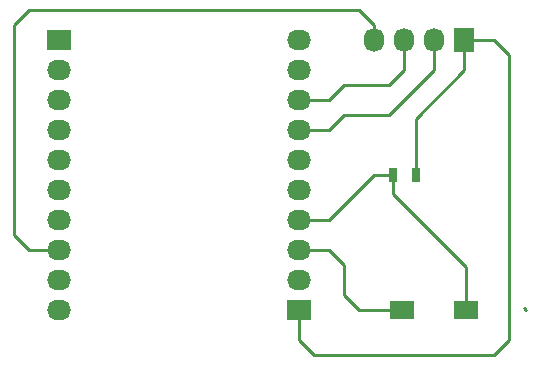
<source format=gbr>
G04 #@! TF.FileFunction,Copper,L1,Top,Signal*
%FSLAX46Y46*%
G04 Gerber Fmt 4.6, Leading zero omitted, Abs format (unit mm)*
G04 Created by KiCad (PCBNEW 4.0.4-stable) date Friday, October 21, 2016 'PMt' 04:19:48 PM*
%MOMM*%
%LPD*%
G01*
G04 APERTURE LIST*
%ADD10C,0.100000*%
%ADD11R,1.727200X2.032000*%
%ADD12O,1.727200X2.032000*%
%ADD13R,2.032000X1.727200*%
%ADD14O,2.032000X1.727200*%
%ADD15R,0.700000X1.300000*%
%ADD16R,2.000000X1.600000*%
%ADD17C,0.250000*%
G04 APERTURE END LIST*
D10*
D11*
X-77470000Y80010000D03*
D12*
X-80010000Y80010000D03*
X-82550000Y80010000D03*
X-85090000Y80010000D03*
D13*
X-111760000Y80010000D03*
D14*
X-111760000Y77470000D03*
X-111760000Y74930000D03*
X-111760000Y72390000D03*
X-111760000Y69850000D03*
X-111760000Y67310000D03*
X-111760000Y64770000D03*
X-111760000Y62230000D03*
X-111760000Y59690000D03*
X-111760000Y57150000D03*
D13*
X-91440000Y57150000D03*
D14*
X-91440000Y59690000D03*
X-91440000Y62230000D03*
X-91440000Y64770000D03*
X-91440000Y67310000D03*
X-91440000Y69850000D03*
X-91440000Y72390000D03*
X-91440000Y74930000D03*
X-91440000Y77470000D03*
X-91440000Y80010000D03*
D15*
X-83500000Y68580000D03*
X-81600000Y68580000D03*
D16*
X-82710000Y57150000D03*
X-77310000Y57150000D03*
D17*
X-72390000Y57310000D02*
X-72230000Y57150000D01*
X-77470000Y80010000D02*
X-77470000Y77470000D01*
X-81600000Y73340000D02*
X-81600000Y68580000D01*
X-77470000Y77470000D02*
X-81600000Y73340000D01*
X-91440000Y57150000D02*
X-91440000Y54610000D01*
X-74930000Y80010000D02*
X-77470000Y80010000D01*
X-73660000Y78740000D02*
X-74930000Y80010000D01*
X-73660000Y54610000D02*
X-73660000Y78740000D01*
X-74930000Y53340000D02*
X-73660000Y54610000D01*
X-90170000Y53340000D02*
X-74930000Y53340000D01*
X-91440000Y54610000D02*
X-90170000Y53340000D01*
X-83500000Y68580000D02*
X-83500000Y66990000D01*
X-77310000Y60800000D02*
X-77310000Y57150000D01*
X-83500000Y66990000D02*
X-77310000Y60800000D01*
X-91440000Y64770000D02*
X-88900000Y64770000D01*
X-85090000Y68580000D02*
X-83500000Y68580000D01*
X-88900000Y64770000D02*
X-85090000Y68580000D01*
X-85090000Y81280000D02*
X-85090000Y80010000D01*
X-111760000Y62230000D02*
X-114300000Y62230000D01*
X-86360000Y82550000D02*
X-85090000Y81280000D01*
X-114300000Y82550000D02*
X-86360000Y82550000D01*
X-115570000Y81280000D02*
X-114300000Y82550000D01*
X-115570000Y63500000D02*
X-115570000Y81280000D01*
X-114300000Y62230000D02*
X-115570000Y63500000D01*
X-85090000Y81280000D02*
X-85090000Y80010000D01*
X-85090000Y81280000D02*
X-85090000Y80010000D01*
X-85090000Y81280000D02*
X-85090000Y80010000D01*
X-91440000Y72390000D02*
X-88900000Y72390000D01*
X-80010000Y77470000D02*
X-80010000Y80010000D01*
X-83820000Y73660000D02*
X-80010000Y77470000D01*
X-87630000Y73660000D02*
X-83820000Y73660000D01*
X-88900000Y72390000D02*
X-87630000Y73660000D01*
X-91440000Y74930000D02*
X-88900000Y74930000D01*
X-82550000Y77470000D02*
X-82550000Y80010000D01*
X-83820000Y76200000D02*
X-82550000Y77470000D01*
X-87630000Y76200000D02*
X-83820000Y76200000D01*
X-88900000Y74930000D02*
X-87630000Y76200000D01*
X-91440000Y62230000D02*
X-88900000Y62230000D01*
X-86360000Y57150000D02*
X-82710000Y57150000D01*
X-87630000Y58420000D02*
X-86360000Y57150000D01*
X-87630000Y60960000D02*
X-87630000Y58420000D01*
X-88900000Y62230000D02*
X-87630000Y60960000D01*
M02*

</source>
